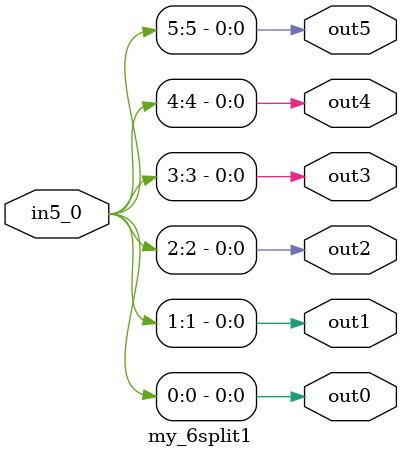
<source format=v>
`timescale 1ns / 1ps
/*
 *=============================================================================
 *    Filename:my_6split1.v
 *
 *     Version: 1.0
 *  Created on: July 28, 2016
 *    
 *      Author: corvo
 *=============================================================================
 */
 
module my_6split1(
    out0,
    out1,
    out2,
    out3,
    out4,
    out5,
    in5_0
    );
    output out0, out1, out2, out3, out4, out5;
    input[5:0] in5_0;

    assign out0 = in5_0[0];   
    assign out1 = in5_0[1];   
    assign out2 = in5_0[2];   
    assign out3 = in5_0[3];   
    assign out4 = in5_0[4];   
    assign out5 = in5_0[5];   
   

endmodule

</source>
